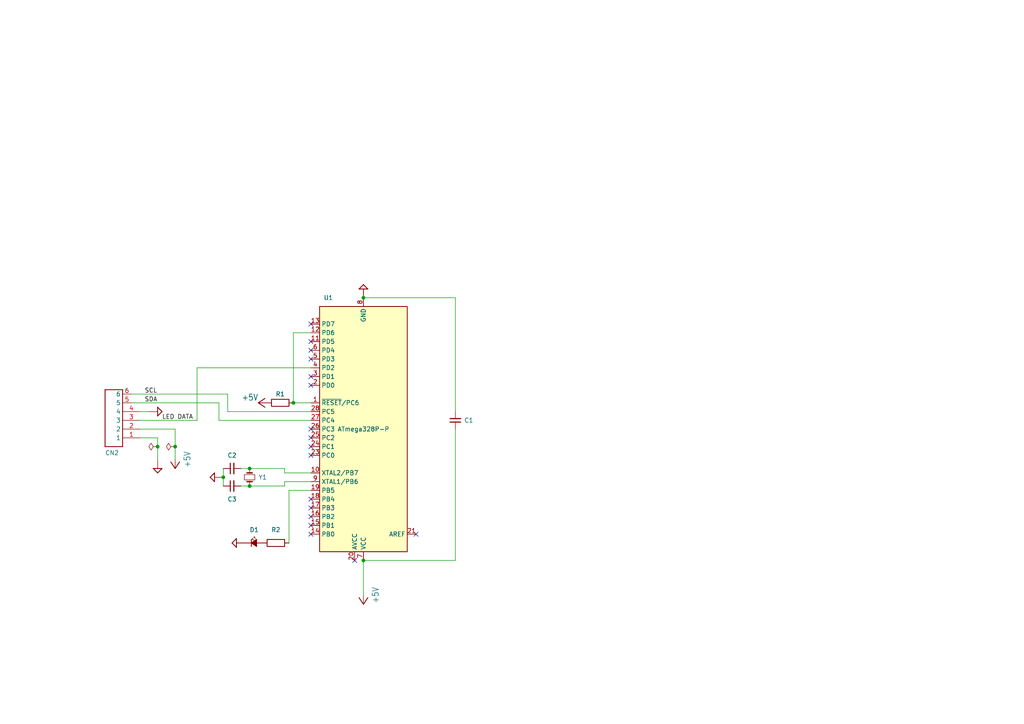
<source format=kicad_sch>
(kicad_sch (version 20211123) (generator eeschema)
  (paper "A4")
  (lib_symbols
    (symbol "Adafruit NeoPixel 8 Stick-eagle-import:+5V" (power)
      (property "Value" "+5V" (at -2.54 -5.08 90))
      (symbol "+5V_1_0"
        (polyline (pts (xy 0 0) (xy -1.27 -1.905)) (stroke (width 0.254)))
        (polyline (pts (xy 1.27 -1.905) (xy 0 0)) (stroke (width 0.254)))
        (pin power_in line (at 0 -2.54 90) (length 2.54) (name "+5V") (number "1"))
      )
    )
    (symbol "Adafruit NeoPixel 8 Stick-eagle-import:1X4SMT"
      (property "Reference" "CN" (at 5.08 7.62 0))
      (property "Value" "1X4SMT" (at 0 -10.16 0))
      (symbol "1X4SMT_1_0"
        (polyline (pts (xy 0 -11.43) (xy 0 5.08)) (stroke (width 0.254)))
        (polyline (pts (xy 0 5.08) (xy 5.08 5.08)) (stroke (width 0.254)))
        (polyline (pts (xy 5.08 -11.43) (xy 0 -11.43)) (stroke (width 0.254)))
        (polyline (pts (xy 5.08 5.08) (xy 5.08 -11.43)) (stroke (width 0.254)))
        (pin bidirectional line (at -5.08 2.54 0) (length 5.08) (name "1") (number "1"))
        (pin bidirectional line (at -5.08 0 0) (length 5.08) (name "2") (number "2"))
        (pin bidirectional line (at -5.08 -2.54 0) (length 5.08) (name "3") (number "3"))
        (pin bidirectional line (at -5.08 -5.08 0) (length 5.08) (name "4") (number "4"))
      )
      (symbol "1X4SMT_1_1"
        (pin bidirectional line (at -2.54 -7.62 0) (length 2.54) (name "5") (number "5"))
        (pin bidirectional line (at -2.54 -10.16 0) (length 2.54) (name "6") (number "6"))
      )
    )
    (symbol "Adafruit NeoPixel 8 Stick-eagle-import:GND" (power)
      (property "Value" "GND" (at -1.905 -3.175 0))
      (symbol "GND_1_0"
        (polyline (pts (xy -1.27 0) (xy 1.27 0)) (stroke (width 0.254)))
        (polyline (pts (xy 0 -1.27) (xy -1.27 0)) (stroke (width 0.254)))
        (polyline (pts (xy 1.27 0) (xy 0 -1.27)) (stroke (width 0.254)))
        (pin power_in line (at 0 2.54 270) (length 2.54) (name "GND") (number "1"))
      )
    )
    (symbol "Device:C_Small" (pin_numbers hide) (pin_names (offset 0.254) hide)
      (property "Reference" "C" (at 0.254 1.778 0))
      (property "Value" "C_Small" (at 0.254 -2.032 0))
      (symbol "C_Small_0_1"
        (polyline (pts (xy -1.524 -0.508) (xy 1.524 -0.508)) (stroke (width 0.3302)))
        (polyline (pts (xy -1.524 0.508) (xy 1.524 0.508)) (stroke (width 0.3048)))
      )
      (symbol "C_Small_1_1"
        (pin passive line (at 0 2.54 270) (length 2.032) (name "~") (number "1"))
        (pin passive line (at 0 -2.54 90) (length 2.032) (name "~") (number "2"))
      )
    )
    (symbol "Device:Crystal_Small" (pin_numbers hide) (pin_names (offset 1.016) hide)
      (property "Reference" "Y" (at 0 2.54 0))
      (property "Value" "Crystal_Small" (at 0 -2.54 0))
      (symbol "Crystal_Small_0_1"
        (rectangle (start -0.762 -1.524) (end 0.762 1.524))
        (polyline (pts (xy -1.27 -0.762) (xy -1.27 0.762)) (stroke (width 0.381)))
        (polyline (pts (xy 1.27 -0.762) (xy 1.27 0.762)) (stroke (width 0.381)))
      )
      (symbol "Crystal_Small_1_1"
        (pin passive line (at -2.54 0 0) (length 1.27) (name "1") (number "1"))
        (pin passive line (at 2.54 0 180) (length 1.27) (name "2") (number "2"))
      )
    )
    (symbol "Device:LED_Small_Filled" (pin_numbers hide) (pin_names (offset 0.254) hide)
      (property "Reference" "D" (at -1.27 3.175 0))
      (property "Value" "LED_Small_Filled" (at -4.445 -2.54 0))
      (symbol "LED_Small_Filled_0_1"
        (polyline (pts (xy -0.762 -1.016) (xy -0.762 1.016)) (stroke (width 0.254)))
        (polyline (pts (xy 1.016 0) (xy -0.762 0)))
        (polyline (pts (xy 0.762 -1.016) (xy -0.762 0) (xy 0.762 1.016) (xy 0.762 -1.016)) (stroke (width 0.254)) (fill (type outline)))
        (polyline (pts (xy 0 0.762) (xy -0.508 1.27) (xy -0.254 1.27) (xy -0.508 1.27) (xy -0.508 1.016)))
        (polyline (pts (xy 0.508 1.27) (xy 0 1.778) (xy 0.254 1.778) (xy 0 1.778) (xy 0 1.524)))
      )
      (symbol "LED_Small_Filled_1_1"
        (pin passive line (at -2.54 0 0) (length 1.778) (name "K") (number "1"))
        (pin passive line (at 2.54 0 180) (length 1.778) (name "A") (number "2"))
      )
    )
    (symbol "Device:R" (pin_numbers hide) (pin_names (offset 0))
      (property "Reference" "R" (at 2.032 0 90))
      (property "Value" "R" (at 0 0 90))
      (symbol "R_0_1"
        (rectangle (start -1.016 -2.54) (end 1.016 2.54) (stroke (width 0.254)))
      )
      (symbol "R_1_1"
        (pin passive line (at 0 3.81 270) (length 1.27) (name "~") (number "1"))
        (pin passive line (at 0 -3.81 90) (length 1.27) (name "~") (number "2"))
      )
    )
    (symbol "MCU_Microchip_ATmega:ATmega328P-P"
      (property "Reference" "U" (at -12.7 36.83 0))
      (property "Value" "ATmega328P-P" (at 2.54 -36.83 0))
      (symbol "ATmega328P-P_0_1"
        (rectangle (start -12.7 -35.56) (end 12.7 35.56) (stroke (width 0.254)) (fill (type background)))
      )
      (symbol "ATmega328P-P_1_1"
        (pin bidirectional line (at 15.24 -7.62 180) (length 2.54) (name "~{RESET}/PC6") (number "1"))
        (pin bidirectional line (at 15.24 12.7 180) (length 2.54) (name "XTAL2/PB7") (number "10"))
        (pin bidirectional line (at 15.24 -25.4 180) (length 2.54) (name "PD5") (number "11"))
        (pin bidirectional line (at 15.24 -27.94 180) (length 2.54) (name "PD6") (number "12"))
        (pin bidirectional line (at 15.24 -30.48 180) (length 2.54) (name "PD7") (number "13"))
        (pin bidirectional line (at 15.24 30.48 180) (length 2.54) (name "PB0") (number "14"))
        (pin bidirectional line (at 15.24 27.94 180) (length 2.54) (name "PB1") (number "15"))
        (pin bidirectional line (at 15.24 25.4 180) (length 2.54) (name "PB2") (number "16"))
        (pin bidirectional line (at 15.24 22.86 180) (length 2.54) (name "PB3") (number "17"))
        (pin bidirectional line (at 15.24 20.32 180) (length 2.54) (name "PB4") (number "18"))
        (pin bidirectional line (at 15.24 17.78 180) (length 2.54) (name "PB5") (number "19"))
        (pin bidirectional line (at 15.24 -12.7 180) (length 2.54) (name "PD0") (number "2"))
        (pin power_in line (at 2.54 38.1 270) (length 2.54) (name "AVCC") (number "20"))
        (pin passive line (at -15.24 30.48 0) (length 2.54) (name "AREF") (number "21"))
        (pin passive line (at 0 -38.1 90) (length 2.54) hide (name "GND") (number "22"))
        (pin bidirectional line (at 15.24 7.62 180) (length 2.54) (name "PC0") (number "23"))
        (pin bidirectional line (at 15.24 5.08 180) (length 2.54) (name "PC1") (number "24"))
        (pin bidirectional line (at 15.24 2.54 180) (length 2.54) (name "PC2") (number "25"))
        (pin bidirectional line (at 15.24 0 180) (length 2.54) (name "PC3") (number "26"))
        (pin bidirectional line (at 15.24 -2.54 180) (length 2.54) (name "PC4") (number "27"))
        (pin bidirectional line (at 15.24 -5.08 180) (length 2.54) (name "PC5") (number "28"))
        (pin bidirectional line (at 15.24 -15.24 180) (length 2.54) (name "PD1") (number "3"))
        (pin bidirectional line (at 15.24 -17.78 180) (length 2.54) (name "PD2") (number "4"))
        (pin bidirectional line (at 15.24 -20.32 180) (length 2.54) (name "PD3") (number "5"))
        (pin bidirectional line (at 15.24 -22.86 180) (length 2.54) (name "PD4") (number "6"))
        (pin power_in line (at 0 38.1 270) (length 2.54) (name "VCC") (number "7"))
        (pin power_in line (at 0 -38.1 90) (length 2.54) (name "GND") (number "8"))
        (pin bidirectional line (at 15.24 15.24 180) (length 2.54) (name "XTAL1/PB6") (number "9"))
      )
    )
    (symbol "power:PWR_FLAG" (power) (pin_numbers hide) (pin_names (offset 0) hide)
      (property "Value" "PWR_FLAG" (at 0 3.81 0))
      (symbol "PWR_FLAG_0_0"
        (pin power_out line (at 0 0 90) (length 0) (name "pwr") (number "1"))
      )
      (symbol "PWR_FLAG_0_1"
        (polyline (pts (xy 0 0) (xy 0 1.27) (xy -1.016 1.905) (xy 0 2.54) (xy 1.016 1.905) (xy 0 1.27)))
      )
    )
  )
  (junction (at 72.39 135.89))
  (junction (at 105.41 86.36))
  (junction (at 72.39 140.97))
  (junction (at 50.8 129.54))
  (junction (at 45.72 129.54))
  (junction (at 85.09 116.84))
  (junction (at 105.41 162.56))
  (junction (at 64.77 138.43))
  (no_connect (at 90.17 144.78))
  (no_connect (at 90.17 154.94))
  (no_connect (at 120.65 154.94))
  (no_connect (at 90.17 111.76))
  (no_connect (at 90.17 124.46))
  (no_connect (at 90.17 127))
  (no_connect (at 90.17 129.54))
  (no_connect (at 90.17 132.08))
  (no_connect (at 90.17 147.32))
  (no_connect (at 90.17 149.86))
  (no_connect (at 90.17 152.4))
  (no_connect (at 102.87 162.56))
  (no_connect (at 90.17 93.98))
  (no_connect (at 90.17 99.06))
  (no_connect (at 90.17 101.6))
  (no_connect (at 90.17 104.14))
  (no_connect (at 90.17 109.22))
  (wire (pts (xy 40.64 127) (xy 45.72 127)))
  (wire (pts (xy 38.1 114.3) (xy 66.04 114.3)))
  (wire (pts (xy 63.5 116.84) (xy 63.5 121.92)))
  (wire (pts (xy 50.8 124.46) (xy 50.8 129.54)))
  (wire (pts (xy 105.41 162.56) (xy 105.41 172.72)))
  (wire (pts (xy 72.39 135.89) (xy 82.55 135.89)))
  (wire (pts (xy 85.09 116.84) (xy 90.17 116.84)))
  (wire (pts (xy 82.55 139.7) (xy 90.17 139.7)))
  (wire (pts (xy 85.09 96.52) (xy 85.09 116.84)))
  (wire (pts (xy 64.77 138.43) (xy 64.77 140.97)))
  (wire (pts (xy 69.85 140.97) (xy 72.39 140.97)))
  (wire (pts (xy 40.64 124.46) (xy 50.8 124.46)))
  (wire (pts (xy 66.04 119.38) (xy 66.04 114.3)))
  (wire (pts (xy 132.08 86.36) (xy 132.08 119.38)))
  (wire (pts (xy 105.41 86.36) (xy 132.08 86.36)))
  (wire (pts (xy 69.85 135.89) (xy 72.39 135.89)))
  (wire (pts (xy 57.15 121.92) (xy 57.15 106.68)))
  (wire (pts (xy 132.08 124.46) (xy 132.08 162.56)))
  (wire (pts (xy 38.1 116.84) (xy 63.5 116.84)))
  (wire (pts (xy 82.55 135.89) (xy 82.55 137.16)))
  (wire (pts (xy 72.39 140.97) (xy 82.55 140.97)))
  (wire (pts (xy 132.08 162.56) (xy 105.41 162.56)))
  (wire (pts (xy 63.5 121.92) (xy 90.17 121.92)))
  (wire (pts (xy 90.17 119.38) (xy 66.04 119.38)))
  (wire (pts (xy 40.64 121.92) (xy 57.15 121.92)))
  (wire (pts (xy 82.55 140.97) (xy 82.55 139.7)))
  (wire (pts (xy 45.72 129.54) (xy 45.72 133.35)))
  (wire (pts (xy 45.72 127) (xy 45.72 129.54)))
  (wire (pts (xy 90.17 142.24) (xy 83.82 142.24)))
  (wire (pts (xy 90.17 96.52) (xy 85.09 96.52)))
  (wire (pts (xy 82.55 137.16) (xy 90.17 137.16)))
  (wire (pts (xy 57.15 106.68) (xy 90.17 106.68)))
  (wire (pts (xy 40.64 119.38) (xy 43.18 119.38)))
  (wire (pts (xy 50.8 129.54) (xy 50.8 133.35)))
  (wire (pts (xy 64.77 135.89) (xy 64.77 138.43)))
  (wire (pts (xy 83.82 142.24) (xy 83.82 157.48)))
  (label "LED DATA" (at 46.99 121.92 0))
  (label "SDA" (at 41.91 116.84 0))
  (label "SCL" (at 41.91 114.3 0))
  (symbol (lib_id "MCU_Microchip_ATmega:ATmega328P-P") (at 105.41 124.46 180) (unit 1)
    (property "Reference" "U1" (at 95.25 86.36 0))
    (property "Value" "ATmega328P-P" (at 105.41 124.46 0))
    (property "Footprint" "Package_DIP:DIP-28_W7.62mm" (effects hide))
    (property "Datasheet" "http://ww1.microchip.com/downloads/en/DeviceDoc/ATmega328_P%20AVR%20MCU%20with%20picoPower%20Technology%20Data%20Sheet%2040001984A.pdf" (effects hide))
  )
  (symbol (lib_id "Device:C_Small") (at 132.08 121.92 180) (unit 1)
    (property "Reference" "C1" (at 134.62 121.9135 0) (effects (justify right)))
    (property "Value" "C_Small" (effects hide))
    (property "Footprint" "Capacitor_THT:C_Disc_D4.7mm_W2.5mm_P5.00mm" (effects hide))
  )
  (symbol (lib_id "Adafruit NeoPixel 8 Stick-eagle-import:+5V") (at 50.8 135.89 180) (unit 1)
    (property "Reference" "#P+0101" (effects hide))
    (property "Value" "+5V" (at 53.34 130.81 90) (effects (font (size 1.778 1.5113)) (justify left bottom)))
    (property "Footprint" "Adafruit NeoPixel 8 Stick:" (effects hide))
  )
  (symbol (lib_id "power:PWR_FLAG") (at 50.8 129.54 90) (unit 1)
    (property "Reference" "#FLG0102" (effects hide))
    (property "Value" "PWR_FLAG" (effects hide))
  )
  (symbol (lib_id "Adafruit NeoPixel 8 Stick-eagle-import:GND") (at 105.41 83.82 180) (unit 1)
    (property "Reference" "#SUPPLY0104" (effects hide))
    (property "Value" "GND" (effects hide))
    (property "Footprint" "Adafruit NeoPixel 8 Stick:" (effects hide))
  )
  (symbol (lib_id "Adafruit NeoPixel 8 Stick-eagle-import:1X4SMT") (at 35.56 124.46 180) (unit 1)
    (property "Reference" "CN2" (at 30.48 132.08 0) (effects (justify right top)))
    (property "Value" "1X4SMT" (effects hide))
    (property "Footprint" "Adafruit NeoPixel 8 Stick:1X4-SMT" (effects hide))
  )
  (symbol (lib_id "Adafruit NeoPixel 8 Stick-eagle-import:GND") (at 62.23 138.43 270) (unit 1)
    (property "Reference" "#SUPPLY0101" (effects hide))
    (property "Value" "GND" (effects hide))
    (property "Footprint" "Adafruit NeoPixel 8 Stick:" (effects hide))
  )
  (symbol (lib_id "Adafruit NeoPixel 8 Stick-eagle-import:GND") (at 45.72 119.38 90) (unit 1)
    (property "Reference" "#SUPPLY0105" (effects hide))
    (property "Value" "GND" (effects hide))
    (property "Footprint" "Adafruit NeoPixel 8 Stick:" (effects hide))
  )
  (symbol (lib_id "power:PWR_FLAG") (at 45.72 129.54 90) (unit 1)
    (property "Reference" "#FLG0101" (effects hide))
    (property "Value" "PWR_FLAG" (effects hide))
  )
  (symbol (lib_id "Adafruit NeoPixel 8 Stick-eagle-import:GND") (at 45.72 135.89 0) (unit 1)
    (property "Reference" "#SUPPLY0102" (effects hide))
    (property "Value" "GND" (effects hide))
    (property "Footprint" "Adafruit NeoPixel 8 Stick:" (effects hide))
  )
  (symbol (lib_id "Adafruit NeoPixel 8 Stick-eagle-import:+5V") (at 74.93 116.84 90) (unit 1)
    (property "Reference" "#P+0103" (effects hide))
    (property "Value" "+5V" (at 74.93 114.3 90) (effects (font (size 1.778 1.5113)) (justify left bottom)))
    (property "Footprint" "Adafruit NeoPixel 8 Stick:" (effects hide))
  )
  (symbol (lib_id "Device:C_Small") (at 67.31 135.89 90) (unit 1)
    (property "Reference" "C2" (at 67.3163 132.08 90))
    (property "Value" "C_Small" (effects hide))
    (property "Footprint" "Capacitor_THT:C_Disc_D4.7mm_W2.5mm_P5.00mm" (effects hide))
  )
  (symbol (lib_id "Adafruit NeoPixel 8 Stick-eagle-import:+5V") (at 105.41 175.26 180) (unit 1)
    (property "Reference" "#P+0102" (effects hide))
    (property "Value" "+5V" (at 107.95 170.18 90) (effects (font (size 1.778 1.5113)) (justify left bottom)))
    (property "Footprint" "Adafruit NeoPixel 8 Stick:" (effects hide))
  )
  (symbol (lib_id "Device:R") (at 81.28 116.84 90) (unit 1)
    (property "Reference" "R1" (at 81.28 114.3 90))
    (property "Value" "R" (effects hide))
    (property "Footprint" "Resistor_THT:R_Axial_DIN0207_L6.3mm_D2.5mm_P7.62mm_Horizontal" (effects hide))
  )
  (symbol (lib_id "Adafruit NeoPixel 8 Stick-eagle-import:GND") (at 68.58 157.48 270) (unit 1)
    (property "Reference" "#SUPPLY0103" (effects hide))
    (property "Value" "GND" (effects hide))
    (property "Footprint" "Adafruit NeoPixel 8 Stick:" (effects hide))
  )
  (symbol (lib_id "Device:C_Small") (at 67.31 140.97 90) (unit 1)
    (property "Reference" "C3" (at 67.31 144.78 90))
    (property "Value" "C_Small" (effects hide))
    (property "Footprint" "Capacitor_THT:C_Disc_D4.7mm_W2.5mm_P5.00mm" (effects hide))
  )
  (symbol (lib_id "Device:R") (at 80.01 157.48 90) (unit 1)
    (property "Reference" "R2" (at 80.01 153.67 90))
    (property "Value" "R" (effects hide))
    (property "Footprint" "Resistor_THT:R_Axial_DIN0207_L6.3mm_D2.5mm_P7.62mm_Horizontal" (effects hide))
  )
  (symbol (lib_id "Device:Crystal_Small") (at 72.39 138.43 270) (unit 1)
    (property "Reference" "Y1" (at 74.93 138.43 90) (effects (justify left)))
    (property "Value" "Crystal_Small" (effects hide))
    (property "Footprint" "Crystal:Crystal_HC49-U_Vertical" (effects hide))
  )
  (symbol (lib_id "Device:LED_Small_Filled") (at 73.66 157.48 0) (unit 1)
    (property "Reference" "D1" (at 73.7235 153.67 0))
    (property "Value" "LED_Small_Filled" (effects hide))
    (property "Footprint" "LED_THT:LED_D3.0mm" (effects hide))
  )
)
</source>
